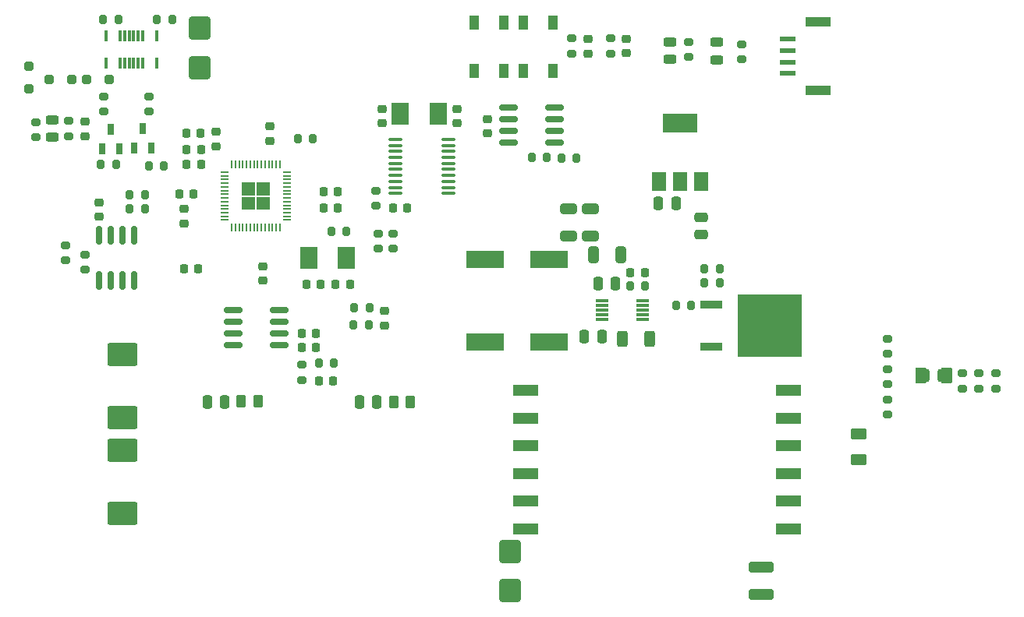
<source format=gtp>
G04 #@! TF.GenerationSoftware,KiCad,Pcbnew,7.0.6*
G04 #@! TF.CreationDate,2024-01-26T23:20:00-08:00*
G04 #@! TF.ProjectId,POWER_BOARD,504f5745-525f-4424-9f41-52442e6b6963,rev?*
G04 #@! TF.SameCoordinates,Original*
G04 #@! TF.FileFunction,Paste,Top*
G04 #@! TF.FilePolarity,Positive*
%FSLAX46Y46*%
G04 Gerber Fmt 4.6, Leading zero omitted, Abs format (unit mm)*
G04 Created by KiCad (PCBNEW 7.0.6) date 2024-01-26 23:20:00*
%MOMM*%
%LPD*%
G01*
G04 APERTURE LIST*
G04 Aperture macros list*
%AMRoundRect*
0 Rectangle with rounded corners*
0 $1 Rounding radius*
0 $2 $3 $4 $5 $6 $7 $8 $9 X,Y pos of 4 corners*
0 Add a 4 corners polygon primitive as box body*
4,1,4,$2,$3,$4,$5,$6,$7,$8,$9,$2,$3,0*
0 Add four circle primitives for the rounded corners*
1,1,$1+$1,$2,$3*
1,1,$1+$1,$4,$5*
1,1,$1+$1,$6,$7*
1,1,$1+$1,$8,$9*
0 Add four rect primitives between the rounded corners*
20,1,$1+$1,$2,$3,$4,$5,0*
20,1,$1+$1,$4,$5,$6,$7,0*
20,1,$1+$1,$6,$7,$8,$9,0*
20,1,$1+$1,$8,$9,$2,$3,0*%
G04 Aperture macros list end*
%ADD10RoundRect,0.200000X-0.200000X-0.275000X0.200000X-0.275000X0.200000X0.275000X-0.200000X0.275000X0*%
%ADD11RoundRect,0.225000X0.225000X0.250000X-0.225000X0.250000X-0.225000X-0.250000X0.225000X-0.250000X0*%
%ADD12RoundRect,0.250000X0.262500X0.450000X-0.262500X0.450000X-0.262500X-0.450000X0.262500X-0.450000X0*%
%ADD13RoundRect,0.250000X1.400000X1.000000X-1.400000X1.000000X-1.400000X-1.000000X1.400000X-1.000000X0*%
%ADD14RoundRect,0.218750X-0.256250X0.218750X-0.256250X-0.218750X0.256250X-0.218750X0.256250X0.218750X0*%
%ADD15RoundRect,0.200000X0.200000X0.275000X-0.200000X0.275000X-0.200000X-0.275000X0.200000X-0.275000X0*%
%ADD16RoundRect,0.250000X-1.400000X-1.000000X1.400000X-1.000000X1.400000X1.000000X-1.400000X1.000000X0*%
%ADD17RoundRect,0.225000X-0.225000X-0.250000X0.225000X-0.250000X0.225000X0.250000X-0.225000X0.250000X0*%
%ADD18RoundRect,0.150000X-0.825000X-0.150000X0.825000X-0.150000X0.825000X0.150000X-0.825000X0.150000X0*%
%ADD19RoundRect,0.225000X0.250000X-0.225000X0.250000X0.225000X-0.250000X0.225000X-0.250000X-0.225000X0*%
%ADD20R,0.177800X0.812800*%
%ADD21R,0.812800X0.177800*%
%ADD22RoundRect,0.250000X1.100000X-0.325000X1.100000X0.325000X-1.100000X0.325000X-1.100000X-0.325000X0*%
%ADD23RoundRect,0.250000X0.250000X0.475000X-0.250000X0.475000X-0.250000X-0.475000X0.250000X-0.475000X0*%
%ADD24RoundRect,0.042000X0.258000X-0.573000X0.258000X0.573000X-0.258000X0.573000X-0.258000X-0.573000X0*%
%ADD25RoundRect,0.250000X-0.325000X-0.650000X0.325000X-0.650000X0.325000X0.650000X-0.325000X0.650000X0*%
%ADD26R,1.700000X0.600000*%
%ADD27R,2.800000X1.000000*%
%ADD28R,1.500000X2.000000*%
%ADD29R,3.800000X2.000000*%
%ADD30RoundRect,0.200000X-0.275000X0.200000X-0.275000X-0.200000X0.275000X-0.200000X0.275000X0.200000X0*%
%ADD31R,1.900000X2.400000*%
%ADD32RoundRect,0.200000X0.275000X-0.200000X0.275000X0.200000X-0.275000X0.200000X-0.275000X-0.200000X0*%
%ADD33RoundRect,0.250000X-0.250000X-0.250000X0.250000X-0.250000X0.250000X0.250000X-0.250000X0.250000X0*%
%ADD34RoundRect,0.243750X-0.456250X0.243750X-0.456250X-0.243750X0.456250X-0.243750X0.456250X0.243750X0*%
%ADD35RoundRect,0.250000X0.250000X-0.250000X0.250000X0.250000X-0.250000X0.250000X-0.250000X-0.250000X0*%
%ADD36RoundRect,0.250000X-0.625000X0.375000X-0.625000X-0.375000X0.625000X-0.375000X0.625000X0.375000X0*%
%ADD37RoundRect,0.225000X-0.250000X0.225000X-0.250000X-0.225000X0.250000X-0.225000X0.250000X0.225000X0*%
%ADD38R,0.990600X1.549400*%
%ADD39RoundRect,0.250000X-0.250000X-0.475000X0.250000X-0.475000X0.250000X0.475000X-0.250000X0.475000X0*%
%ADD40RoundRect,0.250000X0.900000X-1.000000X0.900000X1.000000X-0.900000X1.000000X-0.900000X-1.000000X0*%
%ADD41RoundRect,0.250000X-0.312500X-0.625000X0.312500X-0.625000X0.312500X0.625000X-0.312500X0.625000X0*%
%ADD42R,2.489200X0.939800*%
%ADD43R,6.934200X6.781800*%
%ADD44RoundRect,0.250000X-0.475000X0.250000X-0.475000X-0.250000X0.475000X-0.250000X0.475000X0.250000X0*%
%ADD45RoundRect,0.250000X-0.375000X-0.625000X0.375000X-0.625000X0.375000X0.625000X-0.375000X0.625000X0*%
%ADD46RoundRect,0.243750X-0.243750X-0.456250X0.243750X-0.456250X0.243750X0.456250X-0.243750X0.456250X0*%
%ADD47RoundRect,0.250000X0.650000X-0.325000X0.650000X0.325000X-0.650000X0.325000X-0.650000X-0.325000X0*%
%ADD48RoundRect,0.100000X0.637500X0.100000X-0.637500X0.100000X-0.637500X-0.100000X0.637500X-0.100000X0*%
%ADD49R,2.743200X1.200000*%
%ADD50RoundRect,0.150000X0.150000X-0.825000X0.150000X0.825000X-0.150000X0.825000X-0.150000X-0.825000X0*%
%ADD51R,1.400000X0.300000*%
%ADD52R,4.150000X1.900000*%
%ADD53R,0.300000X1.150000*%
G04 APERTURE END LIST*
G36*
X81925293Y-54019618D02*
G01*
X80525093Y-54019618D01*
X80525093Y-52619418D01*
X81925293Y-52619418D01*
X81925293Y-54019618D01*
G37*
G36*
X83525493Y-54019618D02*
G01*
X82125293Y-54019618D01*
X82125293Y-52619418D01*
X83525493Y-52619418D01*
X83525493Y-54019618D01*
G37*
G36*
X81925293Y-52419418D02*
G01*
X80525093Y-52419418D01*
X80525093Y-51019218D01*
X81925293Y-51019218D01*
X81925293Y-52419418D01*
G37*
G36*
X83525493Y-52419418D02*
G01*
X82125293Y-52419418D01*
X82125293Y-51019218D01*
X83525493Y-51019218D01*
X83525493Y-52419418D01*
G37*
D10*
X92647000Y-66548000D03*
X94297000Y-66548000D03*
D11*
X75799293Y-60409418D03*
X74249293Y-60409418D03*
D10*
X71278293Y-33304294D03*
X72928293Y-33304294D03*
D12*
X98806000Y-74930000D03*
X96981000Y-74930000D03*
D13*
X67564000Y-76552000D03*
X67564000Y-69752000D03*
D10*
X86563200Y-46278800D03*
X88213200Y-46278800D03*
D14*
X122250200Y-35432900D03*
X122250200Y-37007900D03*
D15*
X72039293Y-49233418D03*
X70389293Y-49233418D03*
D16*
X67564000Y-80166000D03*
X67564000Y-86966000D03*
D11*
X76071829Y-49035145D03*
X74521829Y-49035145D03*
D17*
X88900000Y-72644000D03*
X90450000Y-72644000D03*
D10*
X65182293Y-49106418D03*
X66832293Y-49106418D03*
D18*
X109474000Y-42926000D03*
X109474000Y-44196000D03*
X109474000Y-45466000D03*
X109474000Y-46736000D03*
X114424000Y-46736000D03*
X114424000Y-45466000D03*
X114424000Y-44196000D03*
X114424000Y-42926000D03*
D19*
X107155293Y-45690418D03*
X107155293Y-44140418D03*
D20*
X79425293Y-55923018D03*
X79825292Y-55923018D03*
X80225294Y-55923018D03*
X80625293Y-55923018D03*
X81025292Y-55923018D03*
X81425294Y-55923018D03*
X81825293Y-55923018D03*
X82225293Y-55923018D03*
X82625292Y-55923018D03*
X83025294Y-55923018D03*
X83425293Y-55923018D03*
X83825292Y-55923018D03*
X84225294Y-55923018D03*
X84625293Y-55923018D03*
D21*
X85428893Y-55119418D03*
X85428893Y-54719419D03*
X85428893Y-54319417D03*
X85428893Y-53919418D03*
X85428893Y-53519419D03*
X85428893Y-53119417D03*
X85428893Y-52719418D03*
X85428893Y-52319418D03*
X85428893Y-51919419D03*
X85428893Y-51519417D03*
X85428893Y-51119418D03*
X85428893Y-50719419D03*
X85428893Y-50319417D03*
X85428893Y-49919418D03*
D20*
X84625293Y-49115818D03*
X84225294Y-49115818D03*
X83825292Y-49115818D03*
X83425293Y-49115818D03*
X83025294Y-49115818D03*
X82625292Y-49115818D03*
X82225293Y-49115818D03*
X81825293Y-49115818D03*
X81425294Y-49115818D03*
X81025292Y-49115818D03*
X80625293Y-49115818D03*
X80225294Y-49115818D03*
X79825292Y-49115818D03*
X79425293Y-49115818D03*
D21*
X78621693Y-49919418D03*
X78621693Y-50319417D03*
X78621693Y-50719419D03*
X78621693Y-51119418D03*
X78621693Y-51519417D03*
X78621693Y-51919419D03*
X78621693Y-52319418D03*
X78621693Y-52719418D03*
X78621693Y-53119417D03*
X78621693Y-53519419D03*
X78621693Y-53919418D03*
X78621693Y-54319417D03*
X78621693Y-54719419D03*
X78621693Y-55119418D03*
D22*
X136906000Y-95836000D03*
X136906000Y-92886000D03*
D23*
X78654424Y-74860207D03*
X76754424Y-74860207D03*
D19*
X65024000Y-54750000D03*
X65024000Y-53200000D03*
D24*
X65311293Y-47371152D03*
X67211293Y-47371152D03*
X66261293Y-45251152D03*
D25*
X118716000Y-58902600D03*
X121666000Y-58902600D03*
D26*
X139728200Y-35454200D03*
X139728200Y-36704200D03*
X139728200Y-37954200D03*
X139728200Y-39204200D03*
D27*
X143078200Y-41054200D03*
X143078200Y-33604200D03*
D28*
X125792200Y-50901600D03*
X128092200Y-50901600D03*
D29*
X128092200Y-44601600D03*
D28*
X130392200Y-50901600D03*
D30*
X70452293Y-41677418D03*
X70452293Y-43327418D03*
D17*
X89362293Y-53805418D03*
X90912293Y-53805418D03*
D10*
X88880000Y-70684000D03*
X90530000Y-70684000D03*
D31*
X97696931Y-43533285D03*
X101796931Y-43533285D03*
D32*
X96951800Y-58254400D03*
X96951800Y-56604400D03*
D33*
X63647000Y-39878000D03*
X66147000Y-39878000D03*
D30*
X120523000Y-35370000D03*
X120523000Y-37020000D03*
D10*
X111982293Y-48344418D03*
X113632293Y-48344418D03*
D34*
X132029200Y-35816300D03*
X132029200Y-37691300D03*
D19*
X77691293Y-47087418D03*
X77691293Y-45537418D03*
D35*
X57404000Y-40874000D03*
X57404000Y-38374000D03*
D10*
X130714293Y-61933418D03*
X132364293Y-61933418D03*
D32*
X150622000Y-76263000D03*
X150622000Y-74613000D03*
D36*
X147447000Y-78353000D03*
X147447000Y-81153000D03*
D32*
X95060340Y-53560687D03*
X95060340Y-51910687D03*
D17*
X89362293Y-52027418D03*
X90912293Y-52027418D03*
D37*
X95719848Y-43063224D03*
X95719848Y-44613224D03*
D38*
X105740401Y-38896201D03*
X105740401Y-33646199D03*
X108940399Y-38896201D03*
X108940399Y-33646199D03*
D34*
X126955990Y-35765500D03*
X126955990Y-37640500D03*
D39*
X117680000Y-67818000D03*
X119580000Y-67818000D03*
D32*
X150622000Y-69659000D03*
X150622000Y-68009000D03*
D40*
X75913293Y-38556418D03*
X75913293Y-34256418D03*
X109601000Y-95418800D03*
X109601000Y-91118800D03*
D30*
X65499292Y-41677418D03*
X65499292Y-43327418D03*
D15*
X69989200Y-52374800D03*
X68339200Y-52374800D03*
X67108567Y-33324657D03*
X65458567Y-33324657D03*
D41*
X121847193Y-68072000D03*
X124772193Y-68072000D03*
D32*
X160528000Y-73456418D03*
X160528000Y-71806418D03*
X58115200Y-46113500D03*
X58115200Y-44463500D03*
D11*
X75291293Y-52281418D03*
X73741293Y-52281418D03*
D31*
X91865944Y-59215017D03*
X87765944Y-59215017D03*
D42*
X131445000Y-64332749D03*
D43*
X137858500Y-66622750D03*
D42*
X131445000Y-68912751D03*
D33*
X59583000Y-39878000D03*
X62083000Y-39878000D03*
D38*
X114248999Y-33646199D03*
X114248999Y-38896201D03*
X111049001Y-33646199D03*
X111049001Y-38896201D03*
D44*
X130378200Y-54803000D03*
X130378200Y-56703000D03*
D19*
X96022293Y-66566418D03*
X96022293Y-65016418D03*
D10*
X122644400Y-62280800D03*
X124294400Y-62280800D03*
D37*
X103901206Y-43046861D03*
X103901206Y-44596861D03*
D45*
X154225800Y-72059800D03*
D46*
X154700800Y-72059800D03*
X156550800Y-72059800D03*
D45*
X157025800Y-72059800D03*
D17*
X86982000Y-68961000D03*
X88532000Y-68961000D03*
D37*
X82771293Y-60142418D03*
X82771293Y-61692418D03*
D47*
X115951000Y-56847000D03*
X115951000Y-53897000D03*
D17*
X86997293Y-67437000D03*
X88547293Y-67437000D03*
D18*
X79574335Y-64866418D03*
X79574335Y-66136418D03*
X79574335Y-67406418D03*
X79574335Y-68676418D03*
X84524335Y-68676418D03*
X84524335Y-67406418D03*
X84524335Y-66136418D03*
X84524335Y-64866418D03*
D14*
X63500000Y-44424500D03*
X63500000Y-45999500D03*
D10*
X130714293Y-60409418D03*
X132364293Y-60409418D03*
D15*
X91884000Y-56388000D03*
X90234000Y-56388000D03*
D48*
X102908091Y-52224313D03*
X102908091Y-51574313D03*
X102908091Y-50924313D03*
X102908091Y-50274313D03*
X102908091Y-49624313D03*
X102908091Y-48974313D03*
X102908091Y-48324313D03*
X102908091Y-47674313D03*
X102908091Y-47024313D03*
X102908091Y-46374313D03*
X97183091Y-46374313D03*
X97183091Y-47024313D03*
X97183091Y-47674313D03*
X97183091Y-48324313D03*
X97183091Y-48974313D03*
X97183091Y-49624313D03*
X97183091Y-50274313D03*
X97183091Y-50924313D03*
X97183091Y-51574313D03*
X97183091Y-52224313D03*
D49*
X139827000Y-88659996D03*
X139827000Y-85659997D03*
X139827000Y-82659998D03*
X139827000Y-79659998D03*
X139827000Y-76659999D03*
X139827000Y-73660000D03*
X111359010Y-73660000D03*
X111359010Y-76659999D03*
X111359010Y-79659998D03*
X111359010Y-82659998D03*
X111359010Y-85659997D03*
X111359010Y-88659996D03*
D30*
X129032000Y-35751000D03*
X129032000Y-37401000D03*
D11*
X89047697Y-62094802D03*
X87497697Y-62094802D03*
D30*
X61366400Y-57874400D03*
X61366400Y-59524400D03*
D32*
X150622000Y-72961000D03*
X150622000Y-71311000D03*
D50*
X65037293Y-61719000D03*
X66307293Y-61719000D03*
X67577293Y-61719000D03*
X68847293Y-61719000D03*
X68847293Y-56769000D03*
X67577293Y-56769000D03*
X66307293Y-56769000D03*
X65037293Y-56769000D03*
D24*
X68812724Y-47330426D03*
X70712724Y-47330426D03*
X69762724Y-45210426D03*
D30*
X86995000Y-70866000D03*
X86995000Y-72516000D03*
D51*
X119635054Y-63922708D03*
X119635054Y-64422708D03*
X119635054Y-64922708D03*
X119635054Y-65422708D03*
X119635054Y-65922708D03*
X124035054Y-65922708D03*
X124035054Y-65422708D03*
X124035054Y-64922708D03*
X124035054Y-64422708D03*
X124035054Y-63922708D03*
D11*
X124244400Y-60807600D03*
X122694400Y-60807600D03*
D30*
X162342293Y-71796418D03*
X162342293Y-73446418D03*
X116281200Y-35395400D03*
X116281200Y-37045400D03*
D11*
X76053293Y-45677418D03*
X74503293Y-45677418D03*
D30*
X158750000Y-71786418D03*
X158750000Y-73436418D03*
D32*
X134747000Y-37655000D03*
X134747000Y-36005000D03*
D12*
X82270179Y-74849094D03*
X80445179Y-74849094D03*
D32*
X95310000Y-58254400D03*
X95310000Y-56604400D03*
D11*
X76060565Y-47426145D03*
X74510565Y-47426145D03*
D19*
X83566000Y-46495000D03*
X83566000Y-44945000D03*
D39*
X119192000Y-62060000D03*
X121092000Y-62060000D03*
D15*
X69989200Y-53898800D03*
X68339200Y-53898800D03*
D34*
X59944000Y-44249400D03*
X59944000Y-46124400D03*
D23*
X95186861Y-74857000D03*
X93286861Y-74857000D03*
D52*
X113838000Y-68376800D03*
X106888000Y-68376800D03*
X113838000Y-59436000D03*
X106888000Y-59436000D03*
D10*
X92717293Y-64611418D03*
X94367293Y-64611418D03*
D17*
X90681663Y-62106100D03*
X92231663Y-62106100D03*
D53*
X71273179Y-38052981D03*
X69773179Y-38052981D03*
X69273179Y-38052981D03*
X68773179Y-38052981D03*
X68273179Y-38052981D03*
X67773179Y-38052981D03*
X67273179Y-38052981D03*
X65773179Y-38052981D03*
X65773179Y-35082981D03*
X67273179Y-35082981D03*
X67773179Y-35082981D03*
X68273179Y-35082981D03*
X68773179Y-35082981D03*
X69273179Y-35082981D03*
X69773179Y-35082981D03*
X71273179Y-35082981D03*
D10*
X127636000Y-64389000D03*
X129286000Y-64389000D03*
D37*
X74262293Y-53919418D03*
X74262293Y-55469418D03*
D17*
X96910006Y-53810438D03*
X98460006Y-53810438D03*
D47*
X118364000Y-56847000D03*
X118364000Y-53897000D03*
D10*
X115180690Y-48400462D03*
X116830690Y-48400462D03*
D32*
X61747400Y-45986500D03*
X61747400Y-44336500D03*
X63449200Y-60540400D03*
X63449200Y-58890400D03*
D23*
X127649682Y-53314200D03*
X125749682Y-53314200D03*
D14*
X118059200Y-35483700D03*
X118059200Y-37058700D03*
M02*

</source>
